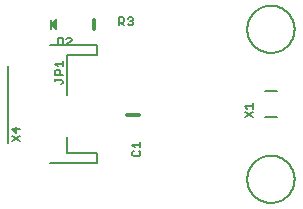
<source format=gbr>
G04 EAGLE Gerber RS-274X export*
G75*
%MOMM*%
%FSLAX34Y34*%
%LPD*%
%INSilkscreen Top*%
%IPPOS*%
%AMOC8*
5,1,8,0,0,1.08239X$1,22.5*%
G01*
%ADD10C,0.304800*%
%ADD11C,0.152400*%
%ADD12R,0.190500X0.889000*%
%ADD13C,0.203200*%

G36*
X47012Y151642D02*
X47012Y151642D01*
X47029Y151640D01*
X47132Y151662D01*
X47237Y151680D01*
X47252Y151688D01*
X47270Y151692D01*
X47360Y151746D01*
X47454Y151796D01*
X47466Y151809D01*
X47481Y151818D01*
X47550Y151898D01*
X47622Y151975D01*
X47629Y151992D01*
X47641Y152005D01*
X47680Y152103D01*
X47724Y152199D01*
X47726Y152217D01*
X47733Y152233D01*
X47751Y152400D01*
X47751Y160020D01*
X47749Y160037D01*
X47750Y160052D01*
X47750Y160055D01*
X47729Y160159D01*
X47712Y160263D01*
X47703Y160278D01*
X47700Y160296D01*
X47646Y160387D01*
X47596Y160480D01*
X47584Y160492D01*
X47575Y160508D01*
X47495Y160577D01*
X47418Y160650D01*
X47402Y160657D01*
X47388Y160669D01*
X47291Y160709D01*
X47195Y160753D01*
X47177Y160755D01*
X47161Y160762D01*
X47055Y160769D01*
X46951Y160780D01*
X46933Y160776D01*
X46915Y160778D01*
X46813Y160750D01*
X46740Y160734D01*
X46737Y160734D01*
X46710Y160728D01*
X46695Y160719D01*
X46678Y160714D01*
X46533Y160629D01*
X41453Y156819D01*
X41450Y156816D01*
X41447Y156814D01*
X41365Y156727D01*
X41283Y156642D01*
X41281Y156638D01*
X41278Y156635D01*
X41228Y156526D01*
X41178Y156419D01*
X41178Y156415D01*
X41176Y156411D01*
X41163Y156293D01*
X41150Y156175D01*
X41150Y156171D01*
X41150Y156166D01*
X41176Y156050D01*
X41201Y155934D01*
X41203Y155930D01*
X41204Y155926D01*
X41265Y155824D01*
X41326Y155722D01*
X41329Y155719D01*
X41331Y155716D01*
X41453Y155601D01*
X46533Y151791D01*
X46549Y151783D01*
X46562Y151771D01*
X46658Y151726D01*
X46751Y151677D01*
X46769Y151674D01*
X46785Y151667D01*
X46890Y151655D01*
X46994Y151639D01*
X47012Y151642D01*
G37*
D10*
X116840Y79375D02*
X106680Y79375D01*
D11*
X112348Y49255D02*
X111246Y48154D01*
X111246Y45950D01*
X112348Y44849D01*
X116754Y44849D01*
X117856Y45950D01*
X117856Y48154D01*
X116754Y49255D01*
X113450Y52333D02*
X111246Y54536D01*
X117856Y54536D01*
X117856Y52333D02*
X117856Y56739D01*
D12*
X42093Y156210D03*
D11*
X48024Y145294D02*
X48024Y138684D01*
X51329Y138684D01*
X52430Y139786D01*
X52430Y144192D01*
X51329Y145294D01*
X48024Y145294D01*
X55508Y138684D02*
X59914Y138684D01*
X55508Y138684D02*
X59914Y143090D01*
X59914Y144192D01*
X58813Y145294D01*
X56609Y145294D01*
X55508Y144192D01*
D10*
X78740Y152210D02*
X78740Y160210D01*
D11*
X99822Y162312D02*
X99822Y155702D01*
X99822Y162312D02*
X103127Y162312D01*
X104228Y161210D01*
X104228Y159007D01*
X103127Y157905D01*
X99822Y157905D01*
X102025Y157905D02*
X104228Y155702D01*
X107306Y161210D02*
X108408Y162312D01*
X110611Y162312D01*
X111713Y161210D01*
X111713Y160108D01*
X110611Y159007D01*
X109509Y159007D01*
X110611Y159007D02*
X111713Y157905D01*
X111713Y156804D01*
X110611Y155702D01*
X108408Y155702D01*
X107306Y156804D01*
D13*
X208600Y25400D02*
X208606Y25891D01*
X208624Y26381D01*
X208654Y26871D01*
X208696Y27360D01*
X208750Y27848D01*
X208816Y28335D01*
X208894Y28819D01*
X208984Y29302D01*
X209086Y29782D01*
X209199Y30260D01*
X209324Y30734D01*
X209461Y31206D01*
X209609Y31674D01*
X209769Y32138D01*
X209940Y32598D01*
X210122Y33054D01*
X210316Y33505D01*
X210520Y33951D01*
X210736Y34392D01*
X210962Y34828D01*
X211198Y35258D01*
X211445Y35682D01*
X211703Y36100D01*
X211971Y36511D01*
X212248Y36916D01*
X212536Y37314D01*
X212833Y37705D01*
X213140Y38088D01*
X213456Y38463D01*
X213781Y38831D01*
X214115Y39191D01*
X214458Y39542D01*
X214809Y39885D01*
X215169Y40219D01*
X215537Y40544D01*
X215912Y40860D01*
X216295Y41167D01*
X216686Y41464D01*
X217084Y41752D01*
X217489Y42029D01*
X217900Y42297D01*
X218318Y42555D01*
X218742Y42802D01*
X219172Y43038D01*
X219608Y43264D01*
X220049Y43480D01*
X220495Y43684D01*
X220946Y43878D01*
X221402Y44060D01*
X221862Y44231D01*
X222326Y44391D01*
X222794Y44539D01*
X223266Y44676D01*
X223740Y44801D01*
X224218Y44914D01*
X224698Y45016D01*
X225181Y45106D01*
X225665Y45184D01*
X226152Y45250D01*
X226640Y45304D01*
X227129Y45346D01*
X227619Y45376D01*
X228109Y45394D01*
X228600Y45400D01*
X229091Y45394D01*
X229581Y45376D01*
X230071Y45346D01*
X230560Y45304D01*
X231048Y45250D01*
X231535Y45184D01*
X232019Y45106D01*
X232502Y45016D01*
X232982Y44914D01*
X233460Y44801D01*
X233934Y44676D01*
X234406Y44539D01*
X234874Y44391D01*
X235338Y44231D01*
X235798Y44060D01*
X236254Y43878D01*
X236705Y43684D01*
X237151Y43480D01*
X237592Y43264D01*
X238028Y43038D01*
X238458Y42802D01*
X238882Y42555D01*
X239300Y42297D01*
X239711Y42029D01*
X240116Y41752D01*
X240514Y41464D01*
X240905Y41167D01*
X241288Y40860D01*
X241663Y40544D01*
X242031Y40219D01*
X242391Y39885D01*
X242742Y39542D01*
X243085Y39191D01*
X243419Y38831D01*
X243744Y38463D01*
X244060Y38088D01*
X244367Y37705D01*
X244664Y37314D01*
X244952Y36916D01*
X245229Y36511D01*
X245497Y36100D01*
X245755Y35682D01*
X246002Y35258D01*
X246238Y34828D01*
X246464Y34392D01*
X246680Y33951D01*
X246884Y33505D01*
X247078Y33054D01*
X247260Y32598D01*
X247431Y32138D01*
X247591Y31674D01*
X247739Y31206D01*
X247876Y30734D01*
X248001Y30260D01*
X248114Y29782D01*
X248216Y29302D01*
X248306Y28819D01*
X248384Y28335D01*
X248450Y27848D01*
X248504Y27360D01*
X248546Y26871D01*
X248576Y26381D01*
X248594Y25891D01*
X248600Y25400D01*
X248594Y24909D01*
X248576Y24419D01*
X248546Y23929D01*
X248504Y23440D01*
X248450Y22952D01*
X248384Y22465D01*
X248306Y21981D01*
X248216Y21498D01*
X248114Y21018D01*
X248001Y20540D01*
X247876Y20066D01*
X247739Y19594D01*
X247591Y19126D01*
X247431Y18662D01*
X247260Y18202D01*
X247078Y17746D01*
X246884Y17295D01*
X246680Y16849D01*
X246464Y16408D01*
X246238Y15972D01*
X246002Y15542D01*
X245755Y15118D01*
X245497Y14700D01*
X245229Y14289D01*
X244952Y13884D01*
X244664Y13486D01*
X244367Y13095D01*
X244060Y12712D01*
X243744Y12337D01*
X243419Y11969D01*
X243085Y11609D01*
X242742Y11258D01*
X242391Y10915D01*
X242031Y10581D01*
X241663Y10256D01*
X241288Y9940D01*
X240905Y9633D01*
X240514Y9336D01*
X240116Y9048D01*
X239711Y8771D01*
X239300Y8503D01*
X238882Y8245D01*
X238458Y7998D01*
X238028Y7762D01*
X237592Y7536D01*
X237151Y7320D01*
X236705Y7116D01*
X236254Y6922D01*
X235798Y6740D01*
X235338Y6569D01*
X234874Y6409D01*
X234406Y6261D01*
X233934Y6124D01*
X233460Y5999D01*
X232982Y5886D01*
X232502Y5784D01*
X232019Y5694D01*
X231535Y5616D01*
X231048Y5550D01*
X230560Y5496D01*
X230071Y5454D01*
X229581Y5424D01*
X229091Y5406D01*
X228600Y5400D01*
X228109Y5406D01*
X227619Y5424D01*
X227129Y5454D01*
X226640Y5496D01*
X226152Y5550D01*
X225665Y5616D01*
X225181Y5694D01*
X224698Y5784D01*
X224218Y5886D01*
X223740Y5999D01*
X223266Y6124D01*
X222794Y6261D01*
X222326Y6409D01*
X221862Y6569D01*
X221402Y6740D01*
X220946Y6922D01*
X220495Y7116D01*
X220049Y7320D01*
X219608Y7536D01*
X219172Y7762D01*
X218742Y7998D01*
X218318Y8245D01*
X217900Y8503D01*
X217489Y8771D01*
X217084Y9048D01*
X216686Y9336D01*
X216295Y9633D01*
X215912Y9940D01*
X215537Y10256D01*
X215169Y10581D01*
X214809Y10915D01*
X214458Y11258D01*
X214115Y11609D01*
X213781Y11969D01*
X213456Y12337D01*
X213140Y12712D01*
X212833Y13095D01*
X212536Y13486D01*
X212248Y13884D01*
X211971Y14289D01*
X211703Y14700D01*
X211445Y15118D01*
X211198Y15542D01*
X210962Y15972D01*
X210736Y16408D01*
X210520Y16849D01*
X210316Y17295D01*
X210122Y17746D01*
X209940Y18202D01*
X209769Y18662D01*
X209609Y19126D01*
X209461Y19594D01*
X209324Y20066D01*
X209199Y20540D01*
X209086Y21018D01*
X208984Y21498D01*
X208894Y21981D01*
X208816Y22465D01*
X208750Y22952D01*
X208696Y23440D01*
X208654Y23929D01*
X208624Y24419D01*
X208606Y24909D01*
X208600Y25400D01*
X208600Y152400D02*
X208606Y152891D01*
X208624Y153381D01*
X208654Y153871D01*
X208696Y154360D01*
X208750Y154848D01*
X208816Y155335D01*
X208894Y155819D01*
X208984Y156302D01*
X209086Y156782D01*
X209199Y157260D01*
X209324Y157734D01*
X209461Y158206D01*
X209609Y158674D01*
X209769Y159138D01*
X209940Y159598D01*
X210122Y160054D01*
X210316Y160505D01*
X210520Y160951D01*
X210736Y161392D01*
X210962Y161828D01*
X211198Y162258D01*
X211445Y162682D01*
X211703Y163100D01*
X211971Y163511D01*
X212248Y163916D01*
X212536Y164314D01*
X212833Y164705D01*
X213140Y165088D01*
X213456Y165463D01*
X213781Y165831D01*
X214115Y166191D01*
X214458Y166542D01*
X214809Y166885D01*
X215169Y167219D01*
X215537Y167544D01*
X215912Y167860D01*
X216295Y168167D01*
X216686Y168464D01*
X217084Y168752D01*
X217489Y169029D01*
X217900Y169297D01*
X218318Y169555D01*
X218742Y169802D01*
X219172Y170038D01*
X219608Y170264D01*
X220049Y170480D01*
X220495Y170684D01*
X220946Y170878D01*
X221402Y171060D01*
X221862Y171231D01*
X222326Y171391D01*
X222794Y171539D01*
X223266Y171676D01*
X223740Y171801D01*
X224218Y171914D01*
X224698Y172016D01*
X225181Y172106D01*
X225665Y172184D01*
X226152Y172250D01*
X226640Y172304D01*
X227129Y172346D01*
X227619Y172376D01*
X228109Y172394D01*
X228600Y172400D01*
X229091Y172394D01*
X229581Y172376D01*
X230071Y172346D01*
X230560Y172304D01*
X231048Y172250D01*
X231535Y172184D01*
X232019Y172106D01*
X232502Y172016D01*
X232982Y171914D01*
X233460Y171801D01*
X233934Y171676D01*
X234406Y171539D01*
X234874Y171391D01*
X235338Y171231D01*
X235798Y171060D01*
X236254Y170878D01*
X236705Y170684D01*
X237151Y170480D01*
X237592Y170264D01*
X238028Y170038D01*
X238458Y169802D01*
X238882Y169555D01*
X239300Y169297D01*
X239711Y169029D01*
X240116Y168752D01*
X240514Y168464D01*
X240905Y168167D01*
X241288Y167860D01*
X241663Y167544D01*
X242031Y167219D01*
X242391Y166885D01*
X242742Y166542D01*
X243085Y166191D01*
X243419Y165831D01*
X243744Y165463D01*
X244060Y165088D01*
X244367Y164705D01*
X244664Y164314D01*
X244952Y163916D01*
X245229Y163511D01*
X245497Y163100D01*
X245755Y162682D01*
X246002Y162258D01*
X246238Y161828D01*
X246464Y161392D01*
X246680Y160951D01*
X246884Y160505D01*
X247078Y160054D01*
X247260Y159598D01*
X247431Y159138D01*
X247591Y158674D01*
X247739Y158206D01*
X247876Y157734D01*
X248001Y157260D01*
X248114Y156782D01*
X248216Y156302D01*
X248306Y155819D01*
X248384Y155335D01*
X248450Y154848D01*
X248504Y154360D01*
X248546Y153871D01*
X248576Y153381D01*
X248594Y152891D01*
X248600Y152400D01*
X248594Y151909D01*
X248576Y151419D01*
X248546Y150929D01*
X248504Y150440D01*
X248450Y149952D01*
X248384Y149465D01*
X248306Y148981D01*
X248216Y148498D01*
X248114Y148018D01*
X248001Y147540D01*
X247876Y147066D01*
X247739Y146594D01*
X247591Y146126D01*
X247431Y145662D01*
X247260Y145202D01*
X247078Y144746D01*
X246884Y144295D01*
X246680Y143849D01*
X246464Y143408D01*
X246238Y142972D01*
X246002Y142542D01*
X245755Y142118D01*
X245497Y141700D01*
X245229Y141289D01*
X244952Y140884D01*
X244664Y140486D01*
X244367Y140095D01*
X244060Y139712D01*
X243744Y139337D01*
X243419Y138969D01*
X243085Y138609D01*
X242742Y138258D01*
X242391Y137915D01*
X242031Y137581D01*
X241663Y137256D01*
X241288Y136940D01*
X240905Y136633D01*
X240514Y136336D01*
X240116Y136048D01*
X239711Y135771D01*
X239300Y135503D01*
X238882Y135245D01*
X238458Y134998D01*
X238028Y134762D01*
X237592Y134536D01*
X237151Y134320D01*
X236705Y134116D01*
X236254Y133922D01*
X235798Y133740D01*
X235338Y133569D01*
X234874Y133409D01*
X234406Y133261D01*
X233934Y133124D01*
X233460Y132999D01*
X232982Y132886D01*
X232502Y132784D01*
X232019Y132694D01*
X231535Y132616D01*
X231048Y132550D01*
X230560Y132496D01*
X230071Y132454D01*
X229581Y132424D01*
X229091Y132406D01*
X228600Y132400D01*
X228109Y132406D01*
X227619Y132424D01*
X227129Y132454D01*
X226640Y132496D01*
X226152Y132550D01*
X225665Y132616D01*
X225181Y132694D01*
X224698Y132784D01*
X224218Y132886D01*
X223740Y132999D01*
X223266Y133124D01*
X222794Y133261D01*
X222326Y133409D01*
X221862Y133569D01*
X221402Y133740D01*
X220946Y133922D01*
X220495Y134116D01*
X220049Y134320D01*
X219608Y134536D01*
X219172Y134762D01*
X218742Y134998D01*
X218318Y135245D01*
X217900Y135503D01*
X217489Y135771D01*
X217084Y136048D01*
X216686Y136336D01*
X216295Y136633D01*
X215912Y136940D01*
X215537Y137256D01*
X215169Y137581D01*
X214809Y137915D01*
X214458Y138258D01*
X214115Y138609D01*
X213781Y138969D01*
X213456Y139337D01*
X213140Y139712D01*
X212833Y140095D01*
X212536Y140486D01*
X212248Y140884D01*
X211971Y141289D01*
X211703Y141700D01*
X211445Y142118D01*
X211198Y142542D01*
X210962Y142972D01*
X210736Y143408D01*
X210520Y143849D01*
X210316Y144295D01*
X210122Y144746D01*
X209940Y145202D01*
X209769Y145662D01*
X209609Y146126D01*
X209461Y146594D01*
X209324Y147066D01*
X209199Y147540D01*
X209086Y148018D01*
X208984Y148498D01*
X208894Y148981D01*
X208816Y149465D01*
X208750Y149952D01*
X208696Y150440D01*
X208654Y150929D01*
X208624Y151419D01*
X208606Y151909D01*
X208600Y152400D01*
D11*
X52324Y107173D02*
X51222Y106072D01*
X52324Y107173D02*
X52324Y108275D01*
X51222Y109376D01*
X45714Y109376D01*
X45714Y108275D02*
X45714Y110478D01*
X45714Y113556D02*
X52324Y113556D01*
X45714Y113556D02*
X45714Y116861D01*
X46816Y117962D01*
X49019Y117962D01*
X50121Y116861D01*
X50121Y113556D01*
X47918Y121040D02*
X45714Y123243D01*
X52324Y123243D01*
X52324Y121040D02*
X52324Y125446D01*
D13*
X6355Y121400D02*
X6355Y56400D01*
X41355Y138900D02*
X81355Y138900D01*
X81355Y130400D01*
X56355Y130400D01*
X56355Y96400D01*
X56355Y61400D02*
X56355Y47400D01*
X81355Y47400D01*
X81355Y38900D01*
X41355Y38900D01*
D11*
X15908Y61843D02*
X9298Y57437D01*
X9298Y61843D02*
X15908Y57437D01*
X15908Y68226D02*
X9298Y68226D01*
X12603Y64921D01*
X12603Y69328D01*
D13*
X223600Y99900D02*
X233600Y99900D01*
X233600Y77900D02*
X223600Y77900D01*
D11*
X213068Y82068D02*
X206458Y77662D01*
X206458Y82068D02*
X213068Y77662D01*
X208662Y85146D02*
X206458Y87349D01*
X213068Y87349D01*
X213068Y85146D02*
X213068Y89553D01*
M02*

</source>
